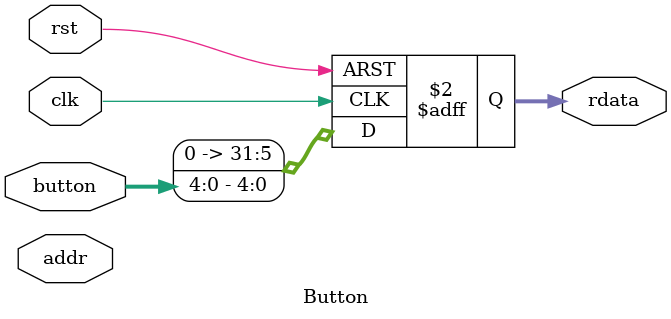
<source format=v>
module Button(
    input wire rst,
    input wire clk,
    input wire [11:0] addr,
    input wire [4:0]  button,
    output reg [31:0] rdata 
);

always@(posedge clk or posedge rst)begin
    if(rst)begin
        rdata <= 32'b0;
    end else begin
        rdata <= {27'b0,button};
    end
end

endmodule
</source>
